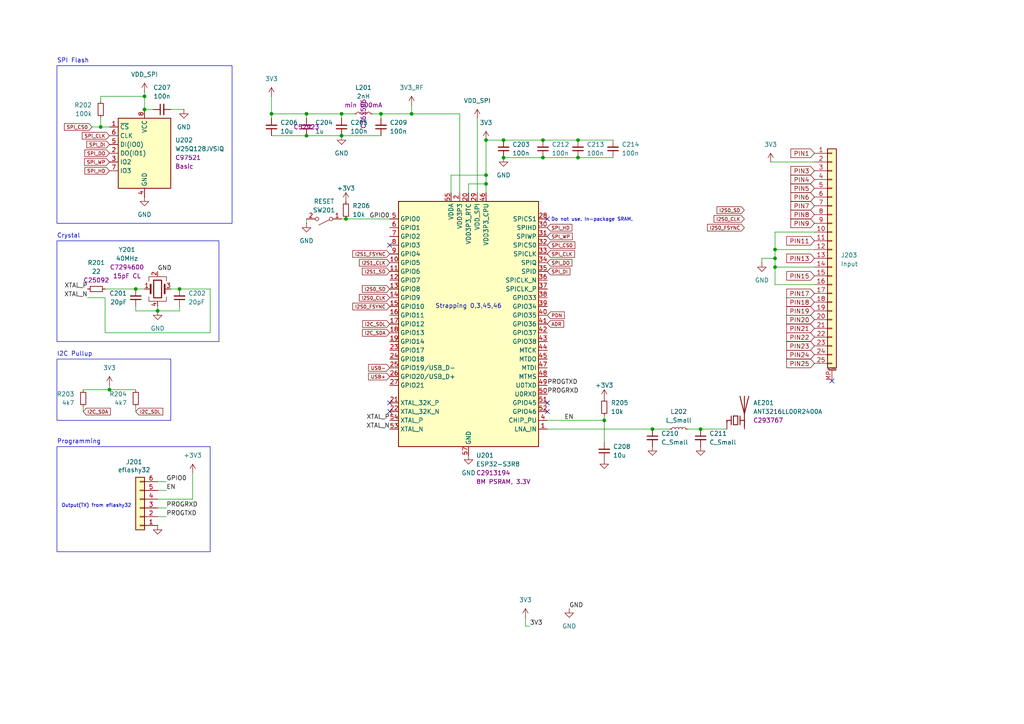
<source format=kicad_sch>
(kicad_sch (version 20231120) (generator "eeschema") (generator_version "8.0")
  (paper "A4")
  (lib_symbols
    (symbol "Connector_Generic:Conn_01x06" (pin_names (offset 1.016) hide)
      (property "Reference" "J" (at 0 7.62 0))
      (property "Value" "Conn_01x06" (at 0 -10.16 0))
      (symbol "Conn_01x06_1_1"
        (rectangle (start -1.27 -7.493) (end 0 -7.747) (stroke (width 0.1524)))
        (rectangle (start -1.27 -4.953) (end 0 -5.207) (stroke (width 0.1524)))
        (rectangle (start -1.27 -2.413) (end 0 -2.667) (stroke (width 0.1524)))
        (rectangle (start -1.27 0.127) (end 0 -0.127) (stroke (width 0.1524)))
        (rectangle (start -1.27 2.667) (end 0 2.413) (stroke (width 0.1524)))
        (rectangle (start -1.27 5.207) (end 0 4.953) (stroke (width 0.1524)))
        (rectangle (start -1.27 6.35) (end 1.27 -8.89) (stroke (width 0.254)) (fill (type background)))
        (pin passive line (at -5.08 5.08 0) (length 3.81) (name "Pin_1") (number "1"))
        (pin passive line (at -5.08 2.54 0) (length 3.81) (name "Pin_2") (number "2"))
        (pin passive line (at -5.08 0 0) (length 3.81) (name "Pin_3") (number "3"))
        (pin passive line (at -5.08 -2.54 0) (length 3.81) (name "Pin_4") (number "4"))
        (pin passive line (at -5.08 -5.08 0) (length 3.81) (name "Pin_5") (number "5"))
        (pin passive line (at -5.08 -7.62 0) (length 3.81) (name "Pin_6") (number "6"))
      )
    )
    (symbol "Connector_Generic_MountingPin:Conn_01x25_MountingPin" (pin_names (offset 1.016) hide)
      (property "Reference" "J" (at 0 33.02 0))
      (property "Value" "Conn_01x25_MountingPin" (at 1.27 -33.02 0))
      (symbol "Conn_01x25_MountingPin_1_1"
        (rectangle (start -1.27 -30.353) (end 0 -30.607) (stroke (width 0.1524)))
        (rectangle (start -1.27 -27.813) (end 0 -28.067) (stroke (width 0.1524)))
        (rectangle (start -1.27 -25.273) (end 0 -25.527) (stroke (width 0.1524)))
        (rectangle (start -1.27 -22.733) (end 0 -22.987) (stroke (width 0.1524)))
        (rectangle (start -1.27 -20.193) (end 0 -20.447) (stroke (width 0.1524)))
        (rectangle (start -1.27 -17.653) (end 0 -17.907) (stroke (width 0.1524)))
        (rectangle (start -1.27 -15.113) (end 0 -15.367) (stroke (width 0.1524)))
        (rectangle (start -1.27 -12.573) (end 0 -12.827) (stroke (width 0.1524)))
        (rectangle (start -1.27 -10.033) (end 0 -10.287) (stroke (width 0.1524)))
        (rectangle (start -1.27 -7.493) (end 0 -7.747) (stroke (width 0.1524)))
        (rectangle (start -1.27 -4.953) (end 0 -5.207) (stroke (width 0.1524)))
        (rectangle (start -1.27 -2.413) (end 0 -2.667) (stroke (width 0.1524)))
        (rectangle (start -1.27 0.127) (end 0 -0.127) (stroke (width 0.1524)))
        (rectangle (start -1.27 2.667) (end 0 2.413) (stroke (width 0.1524)))
        (rectangle (start -1.27 5.207) (end 0 4.953) (stroke (width 0.1524)))
        (rectangle (start -1.27 7.747) (end 0 7.493) (stroke (width 0.1524)))
        (rectangle (start -1.27 10.287) (end 0 10.033) (stroke (width 0.1524)))
        (rectangle (start -1.27 12.827) (end 0 12.573) (stroke (width 0.1524)))
        (rectangle (start -1.27 15.367) (end 0 15.113) (stroke (width 0.1524)))
        (rectangle (start -1.27 17.907) (end 0 17.653) (stroke (width 0.1524)))
        (rectangle (start -1.27 20.447) (end 0 20.193) (stroke (width 0.1524)))
        (rectangle (start -1.27 22.987) (end 0 22.733) (stroke (width 0.1524)))
        (rectangle (start -1.27 25.527) (end 0 25.273) (stroke (width 0.1524)))
        (rectangle (start -1.27 28.067) (end 0 27.813) (stroke (width 0.1524)))
        (rectangle (start -1.27 30.607) (end 0 30.353) (stroke (width 0.1524)))
        (rectangle (start -1.27 31.75) (end 1.27 -31.75) (stroke (width 0.254)) (fill (type background)))
        (polyline (pts (xy -1.016 -32.512) (xy 1.016 -32.512)) (stroke (width 0.1524)))
        (text "Mounting" (at 0 -32.131 0) (effects (font (size 0.381 0.381))))
        (pin passive line (at -5.08 30.48 0) (length 3.81) (name "Pin_1") (number "1"))
        (pin passive line (at -5.08 7.62 0) (length 3.81) (name "Pin_10") (number "10"))
        (pin passive line (at -5.08 5.08 0) (length 3.81) (name "Pin_11") (number "11"))
        (pin passive line (at -5.08 2.54 0) (length 3.81) (name "Pin_12") (number "12"))
        (pin passive line (at -5.08 0 0) (length 3.81) (name "Pin_13") (number "13"))
        (pin passive line (at -5.08 -2.54 0) (length 3.81) (name "Pin_14") (number "14"))
        (pin passive line (at -5.08 -5.08 0) (length 3.81) (name "Pin_15") (number "15"))
        (pin passive line (at -5.08 -7.62 0) (length 3.81) (name "Pin_16") (number "16"))
        (pin passive line (at -5.08 -10.16 0) (length 3.81) (name "Pin_17") (number "17"))
        (pin passive line (at -5.08 -12.7 0) (length 3.81) (name "Pin_18") (number "18"))
        (pin passive line (at -5.08 -15.24 0) (length 3.81) (name "Pin_19") (number "19"))
        (pin passive line (at -5.08 27.94 0) (length 3.81) (name "Pin_2") (number "2"))
        (pin passive line (at -5.08 -17.78 0) (length 3.81) (name "Pin_20") (number "20"))
        (pin passive line (at -5.08 -20.32 0) (length 3.81) (name "Pin_21") (number "21"))
        (pin passive line (at -5.08 -22.86 0) (length 3.81) (name "Pin_22") (number "22"))
        (pin passive line (at -5.08 -25.4 0) (length 3.81) (name "Pin_23") (number "23"))
        (pin passive line (at -5.08 -27.94 0) (length 3.81) (name "Pin_24") (number "24"))
        (pin passive line (at -5.08 -30.48 0) (length 3.81) (name "Pin_25") (number "25"))
        (pin passive line (at -5.08 25.4 0) (length 3.81) (name "Pin_3") (number "3"))
        (pin passive line (at -5.08 22.86 0) (length 3.81) (name "Pin_4") (number "4"))
        (pin passive line (at -5.08 20.32 0) (length 3.81) (name "Pin_5") (number "5"))
        (pin passive line (at -5.08 17.78 0) (length 3.81) (name "Pin_6") (number "6"))
        (pin passive line (at -5.08 15.24 0) (length 3.81) (name "Pin_7") (number "7"))
        (pin passive line (at -5.08 12.7 0) (length 3.81) (name "Pin_8") (number "8"))
        (pin passive line (at -5.08 10.16 0) (length 3.81) (name "Pin_9") (number "9"))
        (pin passive line (at 0 -35.56 90) (length 3.048) (name "MountPin") (number "MP"))
      )
    )
    (symbol "Device:Antenna_Chip" (pin_numbers hide) (pin_names (offset 1.016) hide)
      (property "Reference" "AE" (at 0 5.08 0))
      (property "Value" "Antenna_Chip" (at 0 3.175 0))
      (symbol "Antenna_Chip_0_1"
        (polyline (pts (xy -2.54 0) (xy -2.54 -0.635)) (stroke (width 0.254)))
        (polyline (pts (xy -2.54 0) (xy -1.27 0)) (stroke (width 0.254)))
        (polyline (pts (xy 1.27 0) (xy 2.54 0)) (stroke (width 0.254)))
        (polyline (pts (xy 1.27 1.27) (xy 1.27 -1.27)) (stroke (width 0.254)))
        (polyline (pts (xy 2.54 -0.635) (xy 2.54 0)))
        (polyline (pts (xy 2.54 6.985) (xy 2.54 -1.905)) (stroke (width 0.254)))
        (polyline (pts (xy -1.27 1.27) (xy -1.27 -1.27) (xy -1.27 0)) (stroke (width 0.254)))
        (polyline (pts (xy 3.81 6.985) (xy 2.54 1.905) (xy 1.27 6.985)) (stroke (width 0.254)))
        (polyline (pts (xy -0.635 1.27) (xy 0.635 1.27) (xy 0.635 -1.27) (xy -0.635 -1.27) (xy -0.635 1.27)) (stroke (width 0.254)))
      )
      (symbol "Antenna_Chip_1_1"
        (pin input line (at -2.54 -2.54 90) (length 2.54) (name "FEED") (number "1"))
        (pin passive line (at 2.54 -2.54 90) (length 2.54) (name "PCB_Trace") (number "2"))
      )
    )
    (symbol "Device:C_Small" (pin_numbers hide) (pin_names (offset 0.254) hide)
      (property "Reference" "C" (at 0.254 1.778 0))
      (property "Value" "C_Small" (at 0.254 -2.032 0))
      (symbol "C_Small_0_1"
        (polyline (pts (xy -1.524 -0.508) (xy 1.524 -0.508)) (stroke (width 0.3302)))
        (polyline (pts (xy -1.524 0.508) (xy 1.524 0.508)) (stroke (width 0.3048)))
      )
      (symbol "C_Small_1_1"
        (pin passive line (at 0 2.54 270) (length 2.032) (name "~") (number "1"))
        (pin passive line (at 0 -2.54 90) (length 2.032) (name "~") (number "2"))
      )
    )
    (symbol "Device:Crystal_GND24" (pin_names (offset 1.016) hide)
      (property "Reference" "Y" (at 3.175 5.08 0))
      (property "Value" "Crystal_GND24" (at 3.175 3.175 0))
      (symbol "Crystal_GND24_0_1"
        (rectangle (start -1.143 2.54) (end 1.143 -2.54) (stroke (width 0.3048)))
        (polyline (pts (xy -2.54 0) (xy -2.032 0)))
        (polyline (pts (xy -2.032 -1.27) (xy -2.032 1.27)) (stroke (width 0.508)))
        (polyline (pts (xy 0 -3.81) (xy 0 -3.556)))
        (polyline (pts (xy 0 3.556) (xy 0 3.81)))
        (polyline (pts (xy 2.032 -1.27) (xy 2.032 1.27)) (stroke (width 0.508)))
        (polyline (pts (xy 2.032 0) (xy 2.54 0)))
        (polyline (pts (xy -2.54 -2.286) (xy -2.54 -3.556) (xy 2.54 -3.556) (xy 2.54 -2.286)))
        (polyline (pts (xy -2.54 2.286) (xy -2.54 3.556) (xy 2.54 3.556) (xy 2.54 2.286)))
      )
      (symbol "Crystal_GND24_1_1"
        (pin passive line (at -3.81 0 0) (length 1.27) (name "1") (number "1"))
        (pin passive line (at 0 5.08 270) (length 1.27) (name "2") (number "2"))
        (pin passive line (at 3.81 0 180) (length 1.27) (name "3") (number "3"))
        (pin passive line (at 0 -5.08 90) (length 1.27) (name "4") (number "4"))
      )
    )
    (symbol "Device:L_Small" (pin_numbers hide) (pin_names (offset 0.254) hide)
      (property "Reference" "L" (at 0.762 1.016 0))
      (property "Value" "L_Small" (at 0.762 -1.016 0))
      (symbol "L_Small_0_1"
        (arc (start 0 -2.032) (mid 0.5058 -1.524) (end 0 -1.016))
        (arc (start 0 -1.016) (mid 0.5058 -0.508) (end 0 0))
        (arc (start 0 0) (mid 0.5058 0.508) (end 0 1.016))
        (arc (start 0 1.016) (mid 0.5058 1.524) (end 0 2.032))
      )
      (symbol "L_Small_1_1"
        (pin passive line (at 0 2.54 270) (length 0.508) (name "~") (number "1"))
        (pin passive line (at 0 -2.54 90) (length 0.508) (name "~") (number "2"))
      )
    )
    (symbol "Device:R_Small" (pin_numbers hide) (pin_names (offset 0.254) hide)
      (property "Reference" "R" (at 0.762 0.508 0))
      (property "Value" "R_Small" (at 0.762 -1.016 0))
      (symbol "R_Small_0_1"
        (rectangle (start -0.762 1.778) (end 0.762 -1.778) (stroke (width 0.2032)))
      )
      (symbol "R_Small_1_1"
        (pin passive line (at 0 2.54 270) (length 0.762) (name "~") (number "1"))
        (pin passive line (at 0 -2.54 90) (length 0.762) (name "~") (number "2"))
      )
    )
    (symbol "GND_1" (power) (pin_names (offset 0))
      (property "Value" "GND_1" (at 0 -3.81 0))
      (symbol "GND_1_0_1"
        (polyline (pts (xy 0 0) (xy 0 -1.27) (xy 1.27 -1.27) (xy 0 -2.54) (xy -1.27 -1.27) (xy 0 -1.27)))
      )
      (symbol "GND_1_1_1"
        (pin power_in line (at 0 0 270) (length 0) hide (name "GND") (number "1"))
      )
    )
    (symbol "MCU_Espressif:ESP32-S3"
      (property "Reference" "U" (at 10.16 -38.1 0))
      (property "Value" "ESP32-S3" (at 13.97 -40.64 0))
      (symbol "ESP32-S3_0_1"
        (rectangle (start -20.32 35.56) (end 20.32 -35.56) (stroke (width 0.254)) (fill (type background)))
      )
      (symbol "ESP32-S3_1_0"
        (pin bidirectional line (at 22.86 12.7 180) (length 2.54) (name "SPICLK_N") (number "36"))
        (pin bidirectional line (at 22.86 -10.16 180) (length 2.54) (name "MTDO") (number "45"))
        (pin bidirectional line (at 22.86 -22.86 180) (length 2.54) (name "GPIO45") (number "51"))
        (pin passive line (at -5.08 38.1 270) (length 2.54) hide (name "VDDA") (number "56"))
      )
      (symbol "ESP32-S3_1_1"
        (pin bidirectional line (at 22.86 -30.48 180) (length 2.54) (name "LNA_IN") (number "1"))
        (pin bidirectional line (at -22.86 17.78 0) (length 2.54) (name "GPIO5") (number "10"))
        (pin bidirectional line (at -22.86 15.24 0) (length 2.54) (name "GPIO6") (number "11"))
        (pin bidirectional line (at -22.86 12.7 0) (length 2.54) (name "GPIO7") (number "12"))
        (pin bidirectional line (at -22.86 10.16 0) (length 2.54) (name "GPIO8") (number "13"))
        (pin bidirectional line (at -22.86 7.62 0) (length 2.54) (name "GPIO9") (number "14"))
        (pin bidirectional line (at -22.86 5.08 0) (length 2.54) (name "GPIO10") (number "15"))
        (pin bidirectional line (at -22.86 2.54 0) (length 2.54) (name "GPIO11") (number "16"))
        (pin bidirectional line (at -22.86 0 0) (length 2.54) (name "GPIO12") (number "17"))
        (pin bidirectional line (at -22.86 -2.54 0) (length 2.54) (name "GPIO13") (number "18"))
        (pin bidirectional line (at -22.86 -5.08 0) (length 2.54) (name "GPIO14") (number "19"))
        (pin power_in line (at -2.54 38.1 270) (length 2.54) (name "VDD3P3") (number "2"))
        (pin power_in line (at 0 38.1 270) (length 2.54) (name "VDD3P3_RTC") (number "20"))
        (pin passive line (at -22.86 -22.86 0) (length 2.54) (name "XTAL_32K_P") (number "21"))
        (pin passive line (at -22.86 -25.4 0) (length 2.54) (name "XTAL_32K_N") (number "22"))
        (pin bidirectional line (at -22.86 -7.62 0) (length 2.54) (name "GPIO17") (number "23"))
        (pin bidirectional line (at -22.86 -10.16 0) (length 2.54) (name "GPIO18") (number "24"))
        (pin bidirectional line (at -22.86 -12.7 0) (length 2.54) (name "GPIO19/USB_D-") (number "25"))
        (pin bidirectional line (at -22.86 -15.24 0) (length 2.54) (name "GPIO20/USB_D+") (number "26"))
        (pin bidirectional line (at -22.86 -17.78 0) (length 2.54) (name "GPIO21") (number "27"))
        (pin bidirectional line (at 22.86 30.48 180) (length 2.54) (name "SPICS1") (number "28"))
        (pin power_in line (at 2.54 38.1 270) (length 2.54) (name "VDD_SPI") (number "29"))
        (pin passive line (at -2.54 38.1 270) (length 2.54) hide (name "VDD3P3") (number "3"))
        (pin bidirectional line (at 22.86 27.94 180) (length 2.54) (name "SPIHD") (number "30"))
        (pin bidirectional line (at 22.86 25.4 180) (length 2.54) (name "SPIWP") (number "31"))
        (pin bidirectional line (at 22.86 22.86 180) (length 2.54) (name "SPICS0") (number "32"))
        (pin bidirectional line (at 22.86 20.32 180) (length 2.54) (name "SPICLK") (number "33"))
        (pin bidirectional line (at 22.86 17.78 180) (length 2.54) (name "SPIQ") (number "34"))
        (pin bidirectional line (at 22.86 15.24 180) (length 2.54) (name "SPID") (number "35"))
        (pin bidirectional line (at 22.86 10.16 180) (length 2.54) (name "SPICLK_P") (number "37"))
        (pin bidirectional line (at 22.86 7.62 180) (length 2.54) (name "GPIO33") (number "38"))
        (pin bidirectional line (at 22.86 5.08 180) (length 2.54) (name "GPIO34") (number "39"))
        (pin input line (at 22.86 -27.94 180) (length 2.54) (name "CHIP_PU") (number "4"))
        (pin bidirectional line (at 22.86 2.54 180) (length 2.54) (name "GPIO35") (number "40"))
        (pin bidirectional line (at 22.86 0 180) (length 2.54) (name "GPIO36") (number "41"))
        (pin bidirectional line (at 22.86 -2.54 180) (length 2.54) (name "GPIO37") (number "42"))
        (pin bidirectional line (at 22.86 -5.08 180) (length 2.54) (name "GPIO38") (number "43"))
        (pin bidirectional line (at 22.86 -7.62 180) (length 2.54) (name "MTCK") (number "44"))
        (pin power_in line (at 5.08 38.1 270) (length 2.54) (name "VDD3P3_CPU") (number "46"))
        (pin bidirectional line (at 22.86 -12.7 180) (length 2.54) (name "MTDI") (number "47"))
        (pin bidirectional line (at 22.86 -15.24 180) (length 2.54) (name "MTMS") (number "48"))
        (pin bidirectional line (at 22.86 -17.78 180) (length 2.54) (name "U0TXD") (number "49"))
        (pin bidirectional line (at -22.86 30.48 0) (length 2.54) (name "GPIO0") (number "5"))
        (pin bidirectional line (at 22.86 -20.32 180) (length 2.54) (name "U0RXD") (number "50"))
        (pin bidirectional line (at 22.86 -25.4 180) (length 2.54) (name "GPIO46") (number "52"))
        (pin output line (at -22.86 -30.48 0) (length 2.54) (name "XTAL_N") (number "53"))
        (pin input line (at -22.86 -27.94 0) (length 2.54) (name "XTAL_P") (number "54"))
        (pin power_in line (at -5.08 38.1 270) (length 2.54) (name "VDDA") (number "55"))
        (pin power_in line (at 0 -38.1 90) (length 2.54) (name "GND") (number "57"))
        (pin bidirectional line (at -22.86 27.94 0) (length 2.54) (name "GPIO1") (number "6"))
        (pin bidirectional line (at -22.86 25.4 0) (length 2.54) (name "GPIO2") (number "7"))
        (pin bidirectional line (at -22.86 22.86 0) (length 2.54) (name "GPIO3") (number "8"))
        (pin bidirectional line (at -22.86 20.32 0) (length 2.54) (name "GPIO4") (number "9"))
      )
    )
    (symbol "Memory_Flash:W25Q128JVS"
      (property "Reference" "U" (at -8.89 8.89 0))
      (property "Value" "W25Q128JVS" (at 7.62 8.89 0))
      (symbol "W25Q128JVS_0_1"
        (rectangle (start -7.62 10.16) (end 7.62 -10.16) (stroke (width 0.254)) (fill (type background)))
      )
      (symbol "W25Q128JVS_1_1"
        (pin input line (at -10.16 7.62 0) (length 2.54) (name "~{CS}") (number "1"))
        (pin bidirectional line (at -10.16 0 0) (length 2.54) (name "DO(IO1)") (number "2"))
        (pin bidirectional line (at -10.16 -2.54 0) (length 2.54) (name "IO2") (number "3"))
        (pin power_in line (at 0 -12.7 90) (length 2.54) (name "GND") (number "4"))
        (pin bidirectional line (at -10.16 2.54 0) (length 2.54) (name "DI(IO0)") (number "5"))
        (pin input line (at -10.16 5.08 0) (length 2.54) (name "CLK") (number "6"))
        (pin bidirectional line (at -10.16 -5.08 0) (length 2.54) (name "IO3") (number "7"))
        (pin power_in line (at 0 12.7 270) (length 2.54) (name "VCC") (number "8"))
      )
    )
    (symbol "Switch:SW_SPST" (pin_names (offset 0) hide)
      (property "Reference" "SW" (at 0 3.175 0))
      (property "Value" "SW_SPST" (at 0 -2.54 0))
      (symbol "SW_SPST_0_0"
        (circle (center -2.032 0) (radius 0.508))
        (polyline (pts (xy -1.524 0.254) (xy 1.524 1.778)))
        (circle (center 2.032 0) (radius 0.508))
      )
      (symbol "SW_SPST_1_1"
        (pin passive line (at -5.08 0 0) (length 2.54) (name "A") (number "1"))
        (pin passive line (at 5.08 0 180) (length 2.54) (name "B") (number "2"))
      )
    )
    (symbol "power:+3V3" (power) (pin_names (offset 0))
      (property "Value" "+3V3" (at 0 3.556 0))
      (symbol "+3V3_0_1"
        (polyline (pts (xy -0.762 1.27) (xy 0 2.54)))
        (polyline (pts (xy 0 0) (xy 0 2.54)))
        (polyline (pts (xy 0 2.54) (xy 0.762 1.27)))
      )
      (symbol "+3V3_1_1"
        (pin power_in line (at 0 0 90) (length 0) hide (name "+3V3") (number "1"))
      )
    )
    (symbol "power:GND" (power) (pin_numbers hide) (pin_names (offset 0) hide)
      (property "Value" "GND" (at 0 -3.81 0))
      (symbol "GND_0_1"
        (polyline (pts (xy 0 0) (xy 0 -1.27) (xy 1.27 -1.27) (xy 0 -2.54) (xy -1.27 -1.27) (xy 0 -1.27)))
      )
      (symbol "GND_1_1"
        (pin power_in line (at 0 0 270) (length 0) (name "~") (number "1"))
      )
    )
    (symbol "power:VDD" (power) (pin_numbers hide) (pin_names (offset 0) hide)
      (property "Value" "VDD" (at 0 3.556 0))
      (symbol "VDD_0_1"
        (polyline (pts (xy -0.762 1.27) (xy 0 2.54)))
        (polyline (pts (xy 0 0) (xy 0 2.54)))
        (polyline (pts (xy 0 2.54) (xy 0.762 1.27)))
      )
      (symbol "VDD_1_1"
        (pin power_in line (at 0 0 90) (length 0) (name "~") (number "1"))
      )
    )
  )
  (junction (at 41.91 27.94))
  (junction (at 41.91 31.75))
  (junction (at 31.75 113.03))
  (junction (at 146.05 40.64))
  (junction (at 175.26 121.92))
  (junction (at 100.33 63.5))
  (junction (at 78.74 33.02))
  (junction (at 224.79 72.39))
  (junction (at 167.64 45.72))
  (junction (at 110.49 33.02))
  (junction (at 224.79 74.93))
  (junction (at 157.48 45.72))
  (junction (at 119.38 33.02))
  (junction (at 189.23 124.46))
  (junction (at 140.97 40.64))
  (junction (at 146.05 45.72))
  (junction (at 203.2 124.46))
  (junction (at 99.06 39.37))
  (junction (at 45.72 90.17))
  (junction (at 157.48 40.64))
  (junction (at 167.64 40.64))
  (junction (at 88.9 39.37))
  (junction (at 140.97 53.34))
  (junction (at 52.07 83.82))
  (junction (at 39.37 83.82))
  (junction (at 29.21 36.83))
  (junction (at 88.9 33.02))
  (junction (at 224.79 77.47))
  (junction (at 140.97 50.8))
  (junction (at 99.06 33.02))
  (no_connect (at 158.75 63.5))
  (no_connect (at 158.75 119.38))
  (no_connect (at 158.75 116.84))
  (no_connect (at 241.3 110.49))
  (no_connect (at 113.03 71.12))
  (no_connect (at 113.03 119.38))
  (no_connect (at 113.03 116.84))
  (wire (pts (xy 99.06 33.02) (xy 102.87 33.02)))
  (wire (pts (xy 24.13 119.38) (xy 24.13 118.11)))
  (wire (pts (xy 49.53 31.75) (xy 53.34 31.75)))
  (wire (pts (xy 223.52 46.99) (xy 236.22 46.99)))
  (wire (pts (xy 224.79 77.47) (xy 236.22 77.47)))
  (wire (pts (xy 224.79 72.39) (xy 236.22 72.39)))
  (wire (pts (xy 140.97 50.8) (xy 140.97 53.34)))
  (wire (pts (xy 110.49 33.02) (xy 119.38 33.02)))
  (wire (pts (xy 140.97 40.64) (xy 146.05 40.64)))
  (wire (pts (xy 25.4 86.36) (xy 30.48 86.36)))
  (wire (pts (xy 55.88 144.78) (xy 55.88 137.16)))
  (wire (pts (xy 99.06 63.5) (xy 100.33 63.5)))
  (wire (pts (xy 52.07 88.9) (xy 52.07 90.17)))
  (wire (pts (xy 135.89 55.88) (xy 135.89 53.34)))
  (wire (pts (xy 29.21 27.94) (xy 41.91 27.94)))
  (wire (pts (xy 45.72 144.78) (xy 55.88 144.78)))
  (wire (pts (xy 236.22 67.31) (xy 224.79 67.31)))
  (wire (pts (xy 41.91 26.67) (xy 41.91 27.94)))
  (wire (pts (xy 130.81 55.88) (xy 130.81 50.8)))
  (wire (pts (xy 29.21 27.94) (xy 29.21 29.21)))
  (wire (pts (xy 199.39 124.46) (xy 203.2 124.46)))
  (wire (pts (xy 220.98 74.93) (xy 224.79 74.93)))
  (wire (pts (xy 45.72 90.17) (xy 52.07 90.17)))
  (wire (pts (xy 88.9 39.37) (xy 99.06 39.37)))
  (wire (pts (xy 39.37 88.9) (xy 39.37 90.17)))
  (wire (pts (xy 24.13 113.03) (xy 31.75 113.03)))
  (wire (pts (xy 48.26 147.32) (xy 45.72 147.32)))
  (wire (pts (xy 99.06 39.37) (xy 110.49 39.37)))
  (wire (pts (xy 45.72 142.24) (xy 48.26 142.24)))
  (wire (pts (xy 99.06 34.29) (xy 99.06 33.02)))
  (wire (pts (xy 49.53 83.82) (xy 52.07 83.82)))
  (wire (pts (xy 175.26 121.92) (xy 175.26 120.65)))
  (wire (pts (xy 220.98 76.2) (xy 220.98 74.93)))
  (wire (pts (xy 130.81 50.8) (xy 140.97 50.8)))
  (wire (pts (xy 29.21 36.83) (xy 31.75 36.83)))
  (wire (pts (xy 157.48 45.72) (xy 167.64 45.72)))
  (wire (pts (xy 52.07 83.82) (xy 60.96 83.82)))
  (wire (pts (xy 29.21 34.29) (xy 29.21 36.83)))
  (wire (pts (xy 167.64 45.72) (xy 177.8 45.72)))
  (wire (pts (xy 146.05 45.72) (xy 157.48 45.72)))
  (wire (pts (xy 41.91 27.94) (xy 41.91 31.75)))
  (wire (pts (xy 224.79 77.47) (xy 224.79 82.55)))
  (wire (pts (xy 26.67 36.83) (xy 29.21 36.83)))
  (wire (pts (xy 138.43 34.29) (xy 138.43 55.88)))
  (wire (pts (xy 48.26 139.7) (xy 45.72 139.7)))
  (wire (pts (xy 41.91 31.75) (xy 44.45 31.75)))
  (wire (pts (xy 45.72 88.9) (xy 45.72 90.17)))
  (wire (pts (xy 158.75 124.46) (xy 189.23 124.46)))
  (wire (pts (xy 119.38 33.02) (xy 133.35 33.02)))
  (wire (pts (xy 152.4 179.07) (xy 152.4 181.61)))
  (wire (pts (xy 224.79 67.31) (xy 224.79 72.39)))
  (wire (pts (xy 224.79 82.55) (xy 236.22 82.55)))
  (wire (pts (xy 39.37 119.38) (xy 39.37 118.11)))
  (wire (pts (xy 78.74 39.37) (xy 88.9 39.37)))
  (wire (pts (xy 88.9 63.5) (xy 88.9 64.77)))
  (wire (pts (xy 140.97 40.64) (xy 140.97 50.8)))
  (wire (pts (xy 146.05 40.64) (xy 157.48 40.64)))
  (wire (pts (xy 88.9 33.02) (xy 99.06 33.02)))
  (wire (pts (xy 39.37 90.17) (xy 45.72 90.17)))
  (wire (pts (xy 140.97 53.34) (xy 140.97 55.88)))
  (wire (pts (xy 60.96 83.82) (xy 60.96 96.52)))
  (wire (pts (xy 157.48 40.64) (xy 167.64 40.64)))
  (wire (pts (xy 167.64 40.64) (xy 177.8 40.64)))
  (wire (pts (xy 158.75 121.92) (xy 175.26 121.92)))
  (wire (pts (xy 152.4 181.61) (xy 153.67 181.61)))
  (wire (pts (xy 133.35 33.02) (xy 133.35 55.88)))
  (wire (pts (xy 30.48 83.82) (xy 39.37 83.82)))
  (wire (pts (xy 224.79 72.39) (xy 224.79 74.93)))
  (wire (pts (xy 100.33 63.5) (xy 113.03 63.5)))
  (wire (pts (xy 78.74 27.94) (xy 78.74 33.02)))
  (wire (pts (xy 110.49 34.29) (xy 110.49 33.02)))
  (wire (pts (xy 60.96 96.52) (xy 30.48 96.52)))
  (wire (pts (xy 88.9 34.29) (xy 88.9 33.02)))
  (wire (pts (xy 203.2 124.46) (xy 210.82 124.46)))
  (wire (pts (xy 189.23 124.46) (xy 194.31 124.46)))
  (wire (pts (xy 135.89 53.34) (xy 140.97 53.34)))
  (wire (pts (xy 39.37 83.82) (xy 41.91 83.82)))
  (wire (pts (xy 78.74 33.02) (xy 88.9 33.02)))
  (wire (pts (xy 78.74 34.29) (xy 78.74 33.02)))
  (wire (pts (xy 31.75 113.03) (xy 31.75 111.76)))
  (wire (pts (xy 45.72 149.86) (xy 48.26 149.86)))
  (wire (pts (xy 119.38 30.48) (xy 119.38 33.02)))
  (wire (pts (xy 107.95 33.02) (xy 110.49 33.02)))
  (wire (pts (xy 39.37 113.03) (xy 31.75 113.03)))
  (wire (pts (xy 30.48 96.52) (xy 30.48 86.36)))
  (wire (pts (xy 175.26 128.27) (xy 175.26 121.92)))
  (wire (pts (xy 224.79 74.93) (xy 224.79 77.47)))
  (rectangle (start 16.51 69.85) (end 63.5 99.06))
  (rectangle (start 16.51 129.54) (end 60.96 160.02))
  (rectangle (start 16.51 104.14) (end 49.53 121.92))
  (rectangle (start 16.51 19.05) (end 67.31 64.77))
  (text "Strapping 0,3,45,46" (at 135.89 88.9 0) (effects (font (size 1.27 1.27))))
  (text "Programming" (at 16.51 128.905 0) (effects (font (size 1.27 1.27)) (justify left bottom)))
  (text "Do not use. In-package SRAM." (at 171.704 63.754 0) (effects (font (size 1 1))))
  (text "SPI Flash" (at 16.51 18.415 0) (effects (font (size 1.27 1.27)) (justify left bottom)))
  (text "I2C Pullup" (at 16.51 103.505 0) (effects (font (size 1.27 1.27)) (justify left bottom)))
  (text "Output(TX) from eflashy32" (at 17.78 147.32 0) (effects (font (size 1 1)) (justify left bottom)))
  (text "Crystal" (at 16.51 69.215 0) (effects (font (size 1.27 1.27)) (justify left bottom)))
  (label "GND" (at 45.72 78.74 0))
  (label "GND" (at 165.1 176.53 0))
  (label "GPIO0" (at 113.03 63.5 180))
  (label "3V3" (at 153.67 181.61 0))
  (label "PROGRXD" (at 158.75 114.3 0))
  (label "EN" (at 48.26 142.24 0))
  (label "XTAL_N" (at 25.4 86.36 180))
  (label "XTAL_P" (at 25.4 83.82 180))
  (label "EN" (at 166.37 121.92 180))
  (label "PROGTXD" (at 158.75 111.76 0))
  (label "PROGTXD" (at 48.26 149.86 0))
  (label "XTAL_N" (at 113.03 124.46 180))
  (label "XTAL_P" (at 113.03 121.92 180))
  (label "GPIO0" (at 48.26 139.7 0))
  (label "PROGRXD" (at 48.26 147.32 0))
  (global_label "I2C_SDL" (shape input) (at 113.03 93.98 180) (effects (font (size 1 1))) (property "Intersheetrefs" "${INTERSHEET_REFS}" (effects (hide yes))))
  (global_label "PIN15" (shape input) (at 236.22 80.01 180) (property "Intersheetrefs" "${INTERSHEET_REFS}" (effects (hide yes))))
  (global_label "I2S0_CLK" (shape input) (at 215.9 63.5 180) (effects (font (size 1 1))) (property "Intersheetrefs" "${INTERSHEET_REFS}" (effects (hide yes))))
  (global_label "SPI_CS0" (shape input) (at 26.67 36.83 180) (effects (font (size 1 1))) (property "Intersheetrefs" "${INTERSHEET_REFS}" (effects (hide yes))))
  (global_label "PIN23" (shape input) (at 236.22 100.33 180) (property "Intersheetrefs" "${INTERSHEET_REFS}" (effects (hide yes))))
  (global_label "SPI_WP" (shape input) (at 158.75 68.58 0) (effects (font (size 1 1))) (property "Intersheetrefs" "${INTERSHEET_REFS}" (effects (hide yes))))
  (global_label "PIN9" (shape input) (at 236.22 64.77 180) (property "Intersheetrefs" "${INTERSHEET_REFS}" (effects (hide yes))))
  (global_label "PIN24" (shape input) (at 236.22 102.87 180) (property "Intersheetrefs" "${INTERSHEET_REFS}" (effects (hide yes))))
  (global_label "PIN3" (shape input) (at 236.22 49.53 180) (property "Intersheetrefs" "${INTERSHEET_REFS}" (effects (hide yes))))
  (global_label "SPI_HD" (shape input) (at 158.75 66.04 0) (effects (font (size 1 1))) (property "Intersheetrefs" "${INTERSHEET_REFS}" (effects (hide yes))))
  (global_label "PIN13" (shape input) (at 236.22 74.93 180) (property "Intersheetrefs" "${INTERSHEET_REFS}" (effects (hide yes))))
  (global_label "I2S0_SD" (shape input) (at 215.9 60.96 180) (effects (font (size 1 1))) (property "Intersheetrefs" "${INTERSHEET_REFS}" (effects (hide yes))))
  (global_label "SPI_HD" (shape input) (at 31.75 49.53 180) (effects (font (size 1 1))) (property "Intersheetrefs" "${INTERSHEET_REFS}" (effects (hide yes))))
  (global_label "PIN11" (shape input) (at 236.22 69.85 180) (property "Intersheetrefs" "${INTERSHEET_REFS}" (effects (hide yes))))
  (global_label "SPI_DO" (shape input) (at 158.75 76.2 0) (effects (font (size 1 1))) (property "Intersheetrefs" "${INTERSHEET_REFS}" (effects (hide yes))))
  (global_label "I2C_SDA" (shape input) (at 113.03 96.52 180) (effects (font (size 1 1))) (property "Intersheetrefs" "${INTERSHEET_REFS}" (effects (hide yes))))
  (global_label "I2S1_SD" (shape input) (at 113.03 78.74 180) (effects (font (size 1 1))) (property "Intersheetrefs" "${INTERSHEET_REFS}" (effects (hide yes))))
  (global_label "SPI_DO" (shape input) (at 31.75 44.45 180) (effects (font (size 1 1))) (property "Intersheetrefs" "${INTERSHEET_REFS}" (effects (hide yes))))
  (global_label "I2S0_CLK" (shape input) (at 113.03 86.36 180) (effects (font (size 1 1))) (property "Intersheetrefs" "${INTERSHEET_REFS}" (effects (hide yes))))
  (global_label "SPI_DI" (shape input) (at 31.75 41.91 180) (effects (font (size 1 1))) (property "Intersheetrefs" "${INTERSHEET_REFS}" (effects (hide yes))))
  (global_label "PIN20" (shape input) (at 236.22 92.71 180) (property "Intersheetrefs" "${INTERSHEET_REFS}" (effects (hide yes))))
  (global_label "PIN17" (shape input) (at 236.22 85.09 180) (property "Intersheetrefs" "${INTERSHEET_REFS}" (effects (hide yes))))
  (global_label "I2S1_CLK" (shape input) (at 113.03 76.2 180) (effects (font (size 1 1))) (property "Intersheetrefs" "${INTERSHEET_REFS}" (effects (hide yes))))
  (global_label "I2C_SDA" (shape input) (at 24.13 119.38 0) (effects (font (size 1 1))) (property "Intersheetrefs" "${INTERSHEET_REFS}" (effects (hide yes))))
  (global_label "USB+" (shape input) (at 113.03 109.22 180) (effects (font (size 1 1))) (property "Intersheetrefs" "${INTERSHEET_REFS}" (effects (hide yes))))
  (global_label "I2C_SDL" (shape input) (at 39.37 119.38 0) (effects (font (size 1 1))) (property "Intersheetrefs" "${INTERSHEET_REFS}" (effects (hide yes))))
  (global_label "SPI_WP" (shape input) (at 31.75 46.99 180) (effects (font (size 1 1))) (property "Intersheetrefs" "${INTERSHEET_REFS}" (effects (hide yes))))
  (global_label "USB-" (shape input) (at 113.03 106.68 180) (effects (font (size 1 1))) (property "Intersheetrefs" "${INTERSHEET_REFS}" (effects (hide yes))))
  (global_label "PIN21" (shape input) (at 236.22 95.25 180) (property "Intersheetrefs" "${INTERSHEET_REFS}" (effects (hide yes))))
  (global_label "SPI_CLK" (shape input) (at 158.75 73.66 0) (effects (font (size 1 1))) (property "Intersheetrefs" "${INTERSHEET_REFS}" (effects (hide yes))))
  (global_label "I2S0_SD" (shape input) (at 113.03 83.82 180) (effects (font (size 1 1))) (property "Intersheetrefs" "${INTERSHEET_REFS}" (effects (hide yes))))
  (global_label "SPI_DI" (shape input) (at 158.75 78.74 0) (effects (font (size 1 1))) (property "Intersheetrefs" "${INTERSHEET_REFS}" (effects (hide yes))))
  (global_label "I2S0_FSYNC" (shape input) (at 113.03 88.9 180) (effects (font (size 1 1))) (property "Intersheetrefs" "${INTERSHEET_REFS}" (effects (hide yes))))
  (global_label "I2S1_FSYNC" (shape input) (at 113.03 73.66 180) (effects (font (size 1 1))) (property "Intersheetrefs" "${INTERSHEET_REFS}" (effects (hide yes))))
  (global_label "PIN8" (shape input) (at 236.22 62.23 180) (property "Intersheetrefs" "${INTERSHEET_REFS}" (effects (hide yes))))
  (global_label "PIN19" (shape input) (at 236.22 90.17 180) (property "Intersheetrefs" "${INTERSHEET_REFS}" (effects (hide yes))))
  (global_label "PIN22" (shape input) (at 236.22 97.79 180) (property "Intersheetrefs" "${INTERSHEET_REFS}" (effects (hide yes))))
  (global_label "PIN25" (shape input) (at 236.22 105.41 180) (property "Intersheetrefs" "${INTERSHEET_REFS}" (effects (hide yes))))
  (global_label "PIN5" (shape input) (at 236.22 54.61 180) (property "Intersheetrefs" "${INTERSHEET_REFS}" (effects (hide yes))))
  (global_label "ADR" (shape input) (at 158.75 93.98 0) (effects (font (size 1 1))) (property "Intersheetrefs" "${INTERSHEET_REFS}" (effects (hide yes))))
  (global_label "I2S0_FSYNC" (shape input) (at 215.9 66.04 180) (effects (font (size 1 1))) (property "Intersheetrefs" "${INTERSHEET_REFS}" (effects (hide yes))))
  (global_label "PIN7" (shape input) (at 236.22 59.69 180) (property "Intersheetrefs" "${INTERSHEET_REFS}" (effects (hide yes))))
  (global_label "SPI_CLK" (shape input) (at 31.75 39.37 180) (effects (font (size 1 1))) (property "Intersheetrefs" "${INTERSHEET_REFS}" (effects (hide yes))))
  (global_label "SPI_CS0" (shape input) (at 158.75 71.12 0) (effects (font (size 1 1))) (property "Intersheetrefs" "${INTERSHEET_REFS}" (effects (hide yes))))
  (global_label "PIN1" (shape input) (at 236.22 44.45 180) (property "Intersheetrefs" "${INTERSHEET_REFS}" (effects (hide yes))))
  (global_label "PIN4" (shape input) (at 236.22 52.07 180) (property "Intersheetrefs" "${INTERSHEET_REFS}" (effects (hide yes))))
  (global_label "PIN18" (shape input) (at 236.22 87.63 180) (property "Intersheetrefs" "${INTERSHEET_REFS}" (effects (hide yes))))
  (global_label "PIN6" (shape input) (at 236.22 57.15 180) (property "Intersheetrefs" "${INTERSHEET_REFS}" (effects (hide yes))))
  (global_label "PDN" (shape input) (at 158.75 91.44 0) (effects (font (size 1 1))) (property "Intersheetrefs" "${INTERSHEET_REFS}" (effects (hide yes))))
  (symbol (lib_id "Device:C_Small") (at 177.8 43.18 180) (unit 1)
    (property "Reference" "C214" (at 180.34 41.9035 0) (effects (justify right)))
    (property "Value" "100n" (at 180.34 44.4435 0) (effects (justify right)))
    (property "Footprint" "Capacitor_SMD:C_0402_1005Metric" (effects (hide yes)))
    (property "Description" "Unpolarized capacitor, small symbol" (effects (hide yes)))
    (property "LCSC" "C307331" (effects (hide yes)))
  )
  (symbol (lib_id "Device:R_Small") (at 29.21 31.75 0) (mirror x) (unit 1)
    (property "Reference" "R202" (at 26.67 30.4799 0) (effects (justify right)))
    (property "Value" "100k" (at 26.67 33.0199 0) (effects (justify right)))
    (property "Description" "Resistor, small symbol" (effects (hide yes)))
  )
  (symbol (lib_id "power:GND") (at 88.9 64.77 0) (unit 1)
    (property "Reference" "#PWR0214" (effects (hide yes)))
    (property "Value" "GND" (at 88.9 69.85 0))
    (property "Description" "Power symbol creates a global label with name \"GND\" , ground" (effects (hide yes)))
  )
  (symbol (lib_id "Device:C_Small") (at 52.07 86.36 180) (unit 1)
    (property "Reference" "C202" (at 54.61 85.0835 0) (effects (justify right)))
    (property "Value" "20pF" (at 54.61 87.6235 0) (effects (justify right)))
    (property "Footprint" "Capacitor_SMD:C_0402_1005Metric" (effects (hide yes)))
    (property "Description" "Unpolarized capacitor, small symbol" (effects (hide yes)))
    (property "LCSC" "C1554" (effects (hide yes)))
  )
  (symbol (lib_id "Device:R_Small") (at 39.37 115.57 0) (mirror x) (unit 1)
    (property "Reference" "R204" (at 36.83 114.2999 0) (effects (justify right)))
    (property "Value" "4k7" (at 36.83 116.8399 0) (effects (justify right)))
    (property "Description" "Resistor, small symbol" (effects (hide yes)))
  )
  (symbol (lib_id "Connector_Generic_MountingPin:Conn_01x25_MountingPin") (at 241.3 74.93 0) (unit 1)
    (property "Reference" "J203" (at 243.84 74.0155 0) (effects (justify left)))
    (property "Value" "Input" (at 243.84 76.5555 0) (effects (justify left)))
    (property "Footprint" "alexa:CONN_502598-2593_MOLEX" (effects (hide yes)))
    (property "Description" "Generic connectable mounting pin connector, single row, 01x25, script generated (kicad-library-utils/schlib/autogen/connector/)" (effects (hide yes)))
    (property "LCSC" "C3168400" (effects (hide yes)))
  )
  (symbol (lib_id "power:VDD") (at 78.74 27.94 0) (unit 1)
    (property "Reference" "#PWR0220" (effects (hide yes)))
    (property "Value" "3V3" (at 78.74 22.86 0))
    (property "Description" "Power symbol creates a global label with name \"VDD\"" (effects (hide yes)))
  )
  (symbol (lib_id "Device:R_Small") (at 24.13 115.57 0) (mirror x) (unit 1)
    (property "Reference" "R203" (at 21.59 114.2999 0) (effects (justify right)))
    (property "Value" "4k7" (at 21.59 116.8399 0) (effects (justify right)))
    (property "Description" "Resistor, small symbol" (effects (hide yes)))
  )
  (symbol (lib_name "GND_1") (lib_id "power:GND") (at 189.23 129.54 0) (unit 1)
    (property "Reference" "#PWR0223" (effects (hide yes)))
    (property "Value" "GND" (effects (hide yes)))
  )
  (symbol (lib_id "power:VDD") (at 152.4 179.07 0) (unit 1)
    (property "Reference" "#PWR0215" (effects (hide yes)))
    (property "Value" "3V3" (at 152.4 173.99 0))
    (property "Description" "Power symbol creates a global label with name \"VDD\"" (effects (hide yes)))
  )
  (symbol (lib_id "Device:R_Small") (at 27.94 83.82 90) (unit 1)
    (property "Reference" "R201" (at 27.94 76.2 90))
    (property "Value" "22" (at 27.94 78.74 90))
    (property "Footprint" "Resistor_SMD:R_0402_1005Metric" (effects (hide yes)))
    (property "Description" "Resistor, small symbol" (effects (hide yes)))
    (property "LCSC" "C25092" (at 27.94 81.28 90))
  )
  (symbol (lib_name "GND_1") (lib_id "power:GND") (at 175.26 133.35 0) (unit 1)
    (property "Reference" "#PWR0213" (effects (hide yes)))
    (property "Value" "GND" (effects (hide yes)))
  )
  (symbol (lib_id "Device:C_Small") (at 46.99 31.75 90) (unit 1)
    (property "Reference" "C207" (at 46.9963 25.4 90))
    (property "Value" "100n" (at 46.9963 27.94 90))
    (property "Footprint" "Capacitor_SMD:C_0402_1005Metric" (effects (hide yes)))
    (property "Description" "Unpolarized capacitor, small symbol" (effects (hide yes)))
    (property "LCSC" "C307331" (effects (hide yes)))
  )
  (symbol (lib_id "Device:C_Small") (at 175.26 130.81 0) (mirror x) (unit 1)
    (property "Reference" "C208" (at 177.8 129.5335 0) (effects (justify left)))
    (property "Value" "10u" (at 177.8 132.0735 0) (effects (justify left)))
    (property "Footprint" "Capacitor_SMD:C_0603_1608Metric" (effects (hide yes)))
    (property "LCSC" "C96446" (effects (hide yes)))
  )
  (symbol (lib_id "power:+3V3") (at 175.26 115.57 0) (unit 1)
    (property "Reference" "#PWR0212" (effects (hide yes)))
    (property "Value" "+3V3" (at 175.26 111.76 0))
  )
  (symbol (lib_id "power:GND") (at 41.91 57.15 0) (unit 1)
    (property "Reference" "#PWR0207" (effects (hide yes)))
    (property "Value" "GND" (at 41.91 62.23 0))
    (property "Description" "Power symbol creates a global label with name \"GND\" , ground" (effects (hide yes)))
  )
  (symbol (lib_name "GND_1") (lib_id "power:GND") (at 203.2 129.54 0) (unit 1)
    (property "Reference" "#PWR0224" (effects (hide yes)))
    (property "Value" "GND" (effects (hide yes)))
  )
  (symbol (lib_id "Device:C_Small") (at 167.64 43.18 180) (unit 1)
    (property "Reference" "C213" (at 170.18 41.9035 0) (effects (justify right)))
    (property "Value" "100n" (at 170.18 44.4435 0) (effects (justify right)))
    (property "Footprint" "Capacitor_SMD:C_0402_1005Metric" (effects (hide yes)))
    (property "Description" "Unpolarized capacitor, small symbol" (effects (hide yes)))
    (property "LCSC" "C307331" (effects (hide yes)))
  )
  (symbol (lib_id "power:GND") (at 99.06 39.37 0) (unit 1)
    (property "Reference" "#PWR0222" (effects (hide yes)))
    (property "Value" "GND" (at 99.06 44.45 0))
    (property "Description" "Power symbol creates a global label with name \"GND\" , ground" (effects (hide yes)))
  )
  (symbol (lib_id "power:GND") (at 53.34 31.75 0) (unit 1)
    (property "Reference" "#PWR0208" (effects (hide yes)))
    (property "Value" "GND" (at 53.34 36.83 0))
    (property "Description" "Power symbol creates a global label with name \"GND\" , ground" (effects (hide yes)))
  )
  (symbol (lib_id "Device:L_Small") (at 105.41 33.02 90) (unit 1)
    (property "Reference" "L201" (at 105.41 25.4 90))
    (property "Value" "2nH" (at 105.41 27.94 90))
    (property "Footprint" "Inductor_SMD:L_0402_1005Metric" (effects (hide yes)))
    (property "Description" "Inductor, small symbol" (effects (hide yes)))
    (property "LCSC" "C361506" (at 105.41 33.02 0))
    (property "Notes" "min 500mA" (at 105.41 30.48 90))
  )
  (symbol (lib_id "Device:C_Small") (at 99.06 36.83 180) (unit 1)
    (property "Reference" "C205" (at 101.6 35.5535 0) (effects (justify right)))
    (property "Value" "100n" (at 101.6 38.0935 0) (effects (justify right)))
    (property "Footprint" "Capacitor_SMD:C_0402_1005Metric" (effects (hide yes)))
    (property "Description" "Unpolarized capacitor, small symbol" (effects (hide yes)))
    (property "LCSC" "C307331" (effects (hide yes)))
  )
  (symbol (lib_id "Device:C_Small") (at 110.49 36.83 180) (unit 1)
    (property "Reference" "C209" (at 113.03 35.5535 0) (effects (justify right)))
    (property "Value" "100n" (at 113.03 38.0935 0) (effects (justify right)))
    (property "Footprint" "Capacitor_SMD:C_0402_1005Metric" (effects (hide yes)))
    (property "Description" "Unpolarized capacitor, small symbol" (effects (hide yes)))
    (property "LCSC" "C307331" (effects (hide yes)))
  )
  (symbol (lib_id "Device:C_Small") (at 39.37 86.36 180) (unit 1)
    (property "Reference" "C201" (at 36.83 85.0835 0) (effects (justify left)))
    (property "Value" "20pF" (at 36.83 87.6235 0) (effects (justify left)))
    (property "Footprint" "Capacitor_SMD:C_0402_1005Metric" (effects (hide yes)))
    (property "Description" "Unpolarized capacitor, small symbol" (effects (hide yes)))
    (property "LCSC" "C1554" (effects (hide yes)))
  )
  (symbol (lib_id "Switch:SW_SPST") (at 93.98 63.5 180) (unit 1)
    (property "Reference" "SW201" (at 93.98 60.96 0))
    (property "Value" "RESET" (at 93.98 58.42 0))
    (property "Footprint" "Button_Switch_SMD:SW_Push_1P1T_XKB_TS-1187A" (effects (hide yes)))
    (property "LCSC" "C318884" (effects (hide yes)))
  )
  (symbol (lib_id "Device:Antenna_Chip") (at 213.36 121.92 0) (unit 1)
    (property "Reference" "AE201" (at 218.44 116.8399 0) (effects (justify left)))
    (property "Value" "ANT3216LL00R2400A" (at 218.44 119.3799 0) (effects (justify left)))
    (property "Footprint" "Capacitor_SMD:C_1206_3216Metric" (effects (hide yes)))
    (property "Datasheet" "https://productfinder.pulseelectronics.com/api/open/part-attachments/datasheet/ANT3216LL00R2400A" (effects (hide yes)))
    (property "Description" "Ceramic chip antenna with pin for PCB trace" (effects (hide yes)))
    (property "LCSC" "C293767" (at 218.44 121.9199 0) (effects (justify left)))
  )
  (symbol (lib_id "power:GND") (at 165.1 176.53 0) (unit 1)
    (property "Reference" "#PWR0201" (effects (hide yes)))
    (property "Value" "GND" (at 165.1 181.61 0))
    (property "Description" "Power symbol creates a global label with name \"GND\" , ground" (effects (hide yes)))
  )
  (symbol (lib_id "Device:C_Small") (at 88.9 36.83 180) (unit 1)
    (property "Reference" "C204" (at 91.44 35.5535 0) (effects (justify right)))
    (property "Value" "1u" (at 91.44 38.0935 0) (effects (justify right)))
    (property "Footprint" "Capacitor_SMD:C_0402_1005Metric" (effects (hide yes)))
    (property "Description" "Unpolarized capacitor, small symbol" (effects (hide yes)))
    (property "LCSC" "C52923" (at 88.9 36.83 0))
  )
  (symbol (lib_id "Device:R_Small") (at 100.33 60.96 0) (unit 1)
    (property "Reference" "R206" (at 102.235 59.6899 0) (effects (justify left)))
    (property "Value" "10k" (at 102.235 62.2299 0) (effects (justify left)))
    (property "Footprint" "Resistor_SMD:R_0402_1005Metric" (effects (hide yes)))
    (property "LCSC" "C25744" (effects (hide yes)))
  )
  (symbol (lib_id "power:GND") (at 45.72 90.17 0) (unit 1)
    (property "Reference" "#PWR0202" (effects (hide yes)))
    (property "Value" "GND" (at 45.72 95.25 0))
    (property "Description" "Power symbol creates a global label with name \"GND\" , ground" (effects (hide yes)))
  )
  (symbol (lib_id "Device:C_Small") (at 78.74 36.83 180) (unit 1)
    (property "Reference" "C206" (at 81.28 35.5535 0) (effects (justify right)))
    (property "Value" "10u" (at 81.28 38.0935 0) (effects (justify right)))
    (property "Footprint" "Capacitor_SMD:C_0603_1608Metric" (effects (hide yes)))
    (property "Description" "Unpolarized capacitor, small symbol" (effects (hide yes)))
    (property "LCSC" "C96446" (effects (hide yes)))
  )
  (symbol (lib_id "power:GND") (at 146.05 45.72 0) (unit 1)
    (property "Reference" "#PWR0219" (effects (hide yes)))
    (property "Value" "GND" (at 146.05 50.8 0))
    (property "Description" "Power symbol creates a global label with name \"GND\" , ground" (effects (hide yes)))
  )
  (symbol (lib_id "Device:Crystal_GND24") (at 45.72 83.82 0) (unit 1)
    (property "Reference" "Y201" (at 36.83 72.4214 0))
    (property "Value" "40MHz" (at 36.83 74.9614 0))
    (property "Footprint" "Crystal:Crystal_SMD_3225-4Pin_3.2x2.5mm" (effects (hide yes)))
    (property "Description" "Four pin crystal, GND on pins 2 and 4" (effects (hide yes)))
    (property "LCSC" "C7294600" (at 36.83 77.5014 0))
    (property "Notes" "15pF CL" (at 36.83 80.0414 0))
  )
  (symbol (lib_id "power:VDD") (at 140.97 40.64 0) (unit 1)
    (property "Reference" "#PWR0205" (effects (hide yes)))
    (property "Value" "3V3" (at 140.97 35.56 0))
    (property "Description" "Power symbol creates a global label with name \"VDD\"" (effects (hide yes)))
  )
  (symbol (lib_id "Device:C_Small") (at 203.2 127 0) (unit 1)
    (property "Reference" "C211" (at 205.74 125.7362 0) (effects (justify left)))
    (property "Value" "C_Small" (at 205.74 128.2762 0) (effects (justify left)))
    (property "Description" "Unpolarized capacitor, small symbol" (effects (hide yes)))
  )
  (symbol (lib_id "power:GND") (at 135.89 132.08 0) (unit 1)
    (property "Reference" "#PWR0217" (effects (hide yes)))
    (property "Value" "GND" (at 135.89 137.16 0))
    (property "Description" "Power symbol creates a global label with name \"GND\" , ground" (effects (hide yes)))
  )
  (symbol (lib_id "power:VDD") (at 138.43 34.29 0) (unit 1)
    (property "Reference" "#PWR0204" (effects (hide yes)))
    (property "Value" "VDD_SPI" (at 138.43 29.21 0))
    (property "Description" "Power symbol creates a global label with name \"VDD\"" (effects (hide yes)))
  )
  (symbol (lib_id "Device:L_Small") (at 196.85 124.46 90) (unit 1)
    (property "Reference" "L202" (at 196.85 119.38 90))
    (property "Value" "L_Small" (at 196.85 121.92 90))
    (property "Description" "Inductor, small symbol" (effects (hide yes)))
  )
  (symbol (lib_id "power:VDD") (at 223.52 46.99 0) (unit 1)
    (property "Reference" "#PWR0203" (effects (hide yes)))
    (property "Value" "3V3" (at 223.52 41.91 0))
    (property "Description" "Power symbol creates a global label with name \"VDD\"" (effects (hide yes)))
  )
  (symbol (lib_id "power:VDD") (at 41.91 26.67 0) (unit 1)
    (property "Reference" "#PWR0206" (effects (hide yes)))
    (property "Value" "VDD_SPI" (at 41.91 21.59 0))
    (property "Description" "Power symbol creates a global label with name \"VDD\"" (effects (hide yes)))
  )
  (symbol (lib_id "MCU_Espressif:ESP32-S3") (at 135.89 93.98 0) (unit 1)
    (property "Reference" "U201" (at 138.0841 132.08 0) (effects (justify left)))
    (property "Value" "ESP32-S3R8" (at 138.0841 134.62 0) (effects (justify left)))
    (property "Footprint" "Package_DFN_QFN:QFN-56-1EP_7x7mm_P0.4mm_EP4x4mm" (effects (hide yes)))
    (property "Datasheet" "https://www.espressif.com/sites/default/files/documentation/esp32-s3_datasheet_en.pdf" (effects (hide yes)))
    (property "Description" "Microcontroller, Wi-Fi 802.11b/g/n, Bluetooth, 32bit" (effects (hide yes)))
    (property "LCSC" "C2913194" (at 138.0841 137.16 0) (effects (justify left)))
    (property "Notes" "8M PSRAM, 3.3V" (at 138.0841 139.7 0) (effects (justify left)))
  )
  (symbol (lib_id "Device:C_Small") (at 146.05 43.18 180) (unit 1)
    (property "Reference" "C203" (at 148.59 41.9035 0) (effects (justify right)))
    (property "Value" "100n" (at 148.59 44.4435 0) (effects (justify right)))
    (property "Footprint" "Capacitor_SMD:C_0402_1005Metric" (effects (hide yes)))
    (property "Description" "Unpolarized capacitor, small symbol" (effects (hide yes)))
    (property "LCSC" "C307331" (effects (hide yes)))
  )
  (symbol (lib_name "GND_1") (lib_id "power:GND") (at 45.72 152.4 0) (unit 1)
    (property "Reference" "#PWR0210" (effects (hide yes)))
    (property "Value" "GND" (effects (hide yes)))
  )
  (symbol (lib_id "power:VDD") (at 119.38 30.48 0) (unit 1)
    (property "Reference" "#PWR0221" (effects (hide yes)))
    (property "Value" "3V3_RF" (at 119.38 25.4 0))
    (property "Description" "Power symbol creates a global label with name \"VDD\"" (effects (hide yes)))
  )
  (symbol (lib_id "power:GND") (at 220.98 76.2 0) (unit 1)
    (property "Reference" "#PWR0216" (effects (hide yes)))
    (property "Value" "GND" (at 220.98 81.28 0))
    (property "Description" "Power symbol creates a global label with name \"GND\" , ground" (effects (hide yes)))
  )
  (symbol (lib_id "power:+3V3") (at 55.88 137.16 0) (unit 1)
    (property "Reference" "#PWR0211" (effects (hide yes)))
    (property "Value" "+3V3" (at 55.88 132.08 0))
  )
  (symbol (lib_id "Memory_Flash:W25Q128JVS") (at 41.91 44.45 0) (unit 1)
    (property "Reference" "U202" (at 50.8 40.6399 0) (effects (justify left)))
    (property "Value" "W25Q128JVSIQ" (at 50.8 43.1799 0) (effects (justify left)))
    (property "Footprint" "Package_SO:SOIC-8_5.23x5.23mm_P1.27mm" (effects (hide yes)))
    (property "Datasheet" "http://www.winbond.com/resource-files/w25q128jv_dtr%20revc%2003272018%20plus.pdf" (effects (hide yes)))
    (property "Description" "128Mb Serial Flash Memory, Standard/Dual/Quad SPI, SOIC-8" (effects (hide yes)))
    (property "LCSC" "C97521" (at 50.8 45.7199 0) (effects (justify left)))
    (property "Notes" "Basic" (at 50.8 48.2599 0) (effects (justify left)))
  )
  (symbol (lib_id "power:VDD") (at 31.75 111.76 0) (unit 1)
    (property "Reference" "#PWR0209" (effects (hide yes)))
    (property "Value" "3V3" (at 31.75 106.68 0))
    (property "Description" "Power symbol creates a global label with name \"VDD\"" (effects (hide yes)))
  )
  (symbol (lib_id "power:+3V3") (at 100.33 58.42 0) (unit 1)
    (property "Reference" "#PWR0218" (effects (hide yes)))
    (property "Value" "+3V3" (at 100.33 54.61 0))
  )
  (symbol (lib_id "Device:R_Small") (at 175.26 118.11 0) (unit 1)
    (property "Reference" "R205" (at 177.165 116.8399 0) (effects (justify left)))
    (property "Value" "10k" (at 177.165 119.3799 0) (effects (justify left)))
    (property "Footprint" "Resistor_SMD:R_0402_1005Metric" (effects (hide yes)))
    (property "LCSC" "C25744" (effects (hide yes)))
  )
  (symbol (lib_id "Connector_Generic:Conn_01x06") (at 40.64 147.32 180) (unit 1) (in_bom no)
    (property "Reference" "J201" (at 38.9128 133.985 0))
    (property "Value" "eflashy32" (at 38.9128 136.2964 0))
    (property "Footprint" "Connector_Harwin:Harwin_M20-89006xx_1x06_P2.54mm_Horizontal" (effects (hide yes)))
    (property "LCSC" "DNP" (effects (hide yes)))
  )
  (symbol (lib_id "Device:C_Small") (at 157.48 43.18 180) (unit 1)
    (property "Reference" "C212" (at 160.02 41.9035 0) (effects (justify right)))
    (property "Value" "100n" (at 160.02 44.4435 0) (effects (justify right)))
    (property "Footprint" "Capacitor_SMD:C_0402_1005Metric" (effects (hide yes)))
    (property "Description" "Unpolarized capacitor, small symbol" (effects (hide yes)))
    (property "LCSC" "C307331" (effects (hide yes)))
  )
  (symbol (lib_id "Device:C_Small") (at 189.23 127 0) (unit 1)
    (property "Reference" "C210" (at 191.77 125.7362 0) (effects (justify left)))
    (property "Value" "C_Small" (at 191.77 128.2762 0) (effects (justify left)))
    (property "Description" "Unpolarized capacitor, small symbol" (effects (hide yes)))
  )
)
</source>
